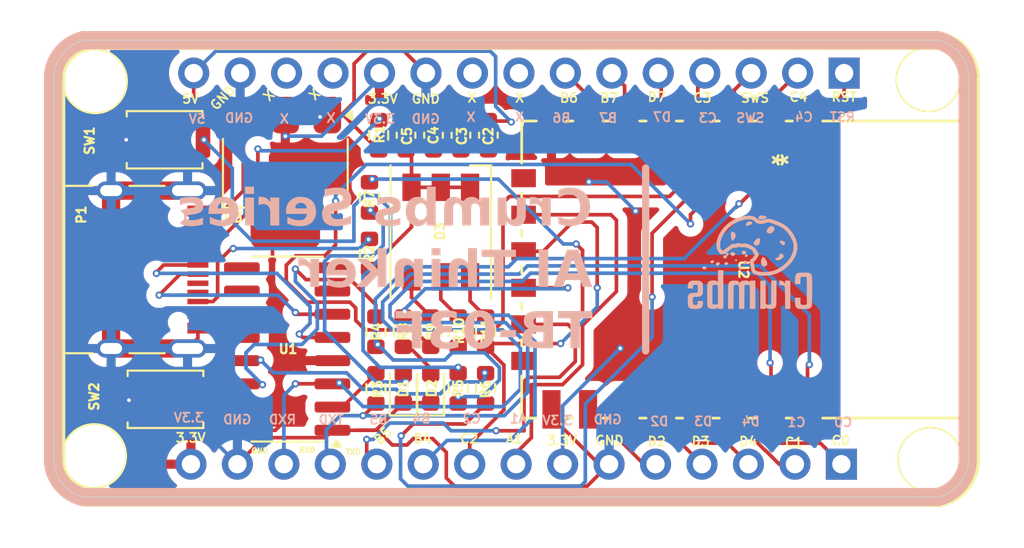
<source format=kicad_pcb>
(kicad_pcb (version 20240108) (generator "pcbnew") (generator_version "8.0")
  (layers (0 "F.Cu" signal) (31 "B.Cu" signal) (34 "B.Paste" user) (35 "F.Paste" user) (36 "B.SilkS" user "B.Silkscreen") (37 "F.SilkS" user "F.Silkscreen") (38 "B.Mask" user) (39 "F.Mask" user) (44 "Edge.Cuts" user))
  (net 0 "")
  (net 1 "GND")
  (net 2 "+5V")
  (net 3 "+3V3")
  (net 4 "Net-(D1-A)")
  (net 5 "Net-(D2-A)")
  (net 6 "Net-(D3-GA)")
  (net 7 "Net-(D3-RA)")
  (net 8 "Net-(D3-BA)")
  (net 9 "/PB4")
  (net 10 "/PD2")
  (net 11 "/PD4")
  (net 12 "/PD3")
  (net 13 "/TXD")
  (net 14 "/PC2")
  (net 15 "/PC1")
  (net 16 "/PB5")
  (net 17 "/RXD")
  (net 18 "/PA1")
  (net 19 "/PC0")
  (net 20 "/SWS")
  (net 21 "/PC3")
  (net 24 "/RST")
  (net 25 "/PB6")
  (net 26 "/PD7")
  (net 27 "/PC4")
  (net 28 "/PB7")
  (net 31 "Net-(P1-CC)")
  (net 32 "Net-(P1-D-)")
  (net 33 "Net-(P1-VCONN)")
  (net 34 "Net-(P1-D+)")
  (net 35 "Net-(U1-TXD)")
  (net 36 "/RTS")
  (net 37 "Net-(R5-Pad2)")
  (net 38 "/DTR")
  (footprint "AI Thinker TB-03:TB-03F_AIT" (layer "F.Cu") (at 108.4 62.65 -90)
    (property "Reference" "U2")
    (property "Value" "AI_Thinker_TB-03F")
  )
  (footprint "Resistor_SMD:R_0603_1608Metric" (layer "F.Cu") (at 89.8 66.05 90)
    (property "Reference" "R8")
    (property "Value" "4K7")
  )
  (footprint "MountingHole:MountingHole_3mm" (layer "F.Cu") (at 118.6 73.05)
    (property "Reference" "H4" (hide yes))
    (property "Value" "MountingHole")
  )
  (footprint "Capacitor_SMD:C_0603_1608Metric" (layer "F.Cu") (at 92.95 55.3 -90)
    (property "Reference" "C3")
    (property "Value" "1uF")
  )
  (footprint "Button_Switch_SMD:SW_Push_SPST_NO_Alps_SKRK" (layer "F.Cu") (at 76.75 55.55)
    (property "Reference" "SW1")
    (property "Value" "RST")
  )
  (footprint "Capacitor_SMD:C_0603_1608Metric" (layer "F.Cu") (at 91.45 55.3 -90)
    (property "Reference" "C4")
    (property "Value" "10uF")
  )
  (footprint "Resistor_SMD:R_0603_1608Metric" (layer "F.Cu") (at 92.8 66.05 -90)
    (property "Reference" "R10")
    (property "Value" "4K7")
  )
  (footprint "Button_Switch_SMD:SW_Push_SPST_NO_Alps_SKRK" (layer "F.Cu") (at 76.8 69.75)
    (property "Reference" "SW2")
    (property "Value" "DTR")
  )
  (footprint "Resistor_SMD:R_0603_1608Metric" (layer "F.Cu") (at 88.45 55.3 90)
    (property "Reference" "R1")
    (property "Value" "5K1")
  )
  (footprint "Resistor_SMD:R_0603_1608Metric" (layer "F.Cu") (at 94.3 66.05 -90)
    (property "Reference" "R11")
    (property "Value" "4K7")
  )
  (footprint "Resistor_SMD:R_0603_1608Metric" (layer "F.Cu") (at 87.95 61.8 90)
    (property "Reference" "R2")
    (property "Value" "5K1")
  )
  (footprint "LED_SMD:LED_0603_1608Metric" (layer "F.Cu") (at 91.3 69.15 90)
    (property "Reference" "D2")
    (property "Value" "LED")
  )
  (footprint "LED_SMD:LED_0603_1608Metric" (layer "F.Cu") (at 89.8 69.15 90)
    (property "Reference" "D1")
    (property "Value" "LED")
  )
  (footprint "Capacitor_SMD:C_0603_1608Metric" (layer "F.Cu") (at 89.95 55.3 -90)
    (property "Reference" "C5")
    (property "Value" "1uF")
  )
  (footprint "Resistor_SMD:R_0603_1608Metric" (layer "F.Cu") (at 94.3 69.15 90)
    (property "Reference" "R6")
    (property "Value" "470")
  )
  (footprint "Connector_USB:USB_C_Receptacle_XKB_U262-16XN-4BVC11" (layer "F.Cu") (at 74.9 62.65 -90)
    (property "Reference" "P1")
    (property "Value" "USB_C_Plug_USB2.0")
  )
  (footprint "Capacitor_SMD:C_0603_1608Metric" (layer "F.Cu") (at 94.45 55.3 -90)
    (property "Reference" "C2")
    (property "Value" "10uF 25V")
  )
  (footprint "Resistor_SMD:R_0603_1608Metric" (layer "F.Cu") (at 91.3 66.05 -90)
    (property "Reference" "R9")
    (property "Value" "4K7")
  )
  (footprint "Resistor_SMD:R_0603_1608Metric" (layer "F.Cu") (at 87.95 58.7 90)
    (property "Reference" "R7")
    (property "Value" "4K7")
  )
  (footprint "Package_SO:SOIC-16_3.9x9.9mm_P1.27mm" (layer "F.Cu") (at 83.45 67 180)
    (property "Reference" "U1")
    (property "Value" "CH340C")
  )
  (footprint "LED_SMD:LED_WS2812_PLCC6_5.0x5.0mm_P1.6mm" (layer "F.Cu") (at 91.85 60.6 -90)
    (property "Reference" "D3")
    (property "Value" "LED_RGB")
  )
  (footprint "MountingHole:MountingHole_3mm" (layer "F.Cu") (at 72.9 72.85)
    (property "Reference" "H1" (hide yes))
    (property "Value" "MountingHole")
  )
  (footprint "MountingHole:MountingHole_3mm" (layer "F.Cu") (at 72.95 52.35)
    (property "Reference" "H2" (hide yes))
    (property "Value" "MountingHole")
  )
  (footprint "MountingHole:MountingHole_3mm" (layer "F.Cu") (at 118.5 52.25)
    (property "Reference" "H3" (hide yes))
    (property "Value" "MountingHole")
  )
  (footprint "Resistor_SMD:R_0603_1608Metric" (layer "F.Cu") (at 92.8 69.15 90)
    (property "Reference" "R5")
    (property "Value" "470")
  )
  (footprint "library:Crumbs-Logo_Footprint_13x13" (layer "F.Cu") (at 108.210862 62.083271)
    (property "Reference" "G12" (hide yes))
    (property "Value" "LOGO" (hide yes))
  )
  (footprint "Resistor_SMD:R_0603_1608Metric" (layer "F.Cu") (at 88.3 66.05 90)
    (property "Reference" "R4")
    (property "Value" "4K7")
  )
  (footprint "Resistor_SMD:R_0603_1608Metric" (layer "F.Cu") (at 88.3 69.15 90)
    (property "Reference" "R3")
    (property "Value" "470")
  )
  (footprint "Package_TO_SOT_SMD:SOT-223-3_TabPin2" (layer "F.Cu") (at 83.35 57.35 -90)
    (property "Reference" "U3")
    (property "Value" "AMS1117-3.3")
  )
  (footprint "Connector_PinHeader_2.54mm:PinHeader_1x15_P2.54mm_Vertical" (layer "B.Cu") (at 113.75 73.3 90)
    (property "Reference" "J1" (hide yes))
    (property "Value" "L_Conn")
  )
  (footprint "Connector_PinHeader_2.54mm:PinHeader_1x15_P2.54mm_Vertical" (layer "B.Cu") (at 113.9 51.9 90)
    (property "Reference" "J2" (hide yes))
    (property "Value" "R_Conn")
  )
  (gr_line (start 70.652422 73.200795) (end 70.652422 52.000795) (stroke (width 1)) (layer "B.SilkS"))
  (gr_line (start 72.302288 50.100232) (end 119.000134 50.099437) (stroke (width 1)) (layer "B.SilkS"))
  (gr_arc (start 72.302288 75.101358) (mid 71.171827 74.416303) (end 70.652422 73.200795) (stroke (width 1)) (layer "B.SilkS"))
  (gr_line (start 119.000134 75.100563) (end 72.302288 75.101358) (stroke (width 1)) (layer "B.SilkS"))
  (gr_line (start 103.05 57.1) (end 103.05 67.1) (stroke (width 0.4)) (layer "B.SilkS"))
  (gr_arc (start 70.652422 52.000795) (mid 71.171827 50.785287) (end 72.302288 50.100232) (stroke (width 1)) (layer "B.SilkS"))
  (gr_arc (start 119.000134 50.099437) (mid 120.130601 50.784486) (end 120.65 52) (stroke (width 1)) (layer "B.SilkS"))
  (gr_line (start 120.65 52) (end 120.65 73.2) (stroke (width 1)) (layer "B.SilkS"))
  (gr_arc (start 120.65 73.2) (mid 120.130588 74.415502) (end 119.000134 75.100563) (stroke (width 1)) (layer "B.SilkS"))
  (gr_arc (start 120.819412 73.234498) (mid 120.3 74.45) (end 119.169546 75.135061) (stroke (width 1)) (layer "F.SilkS"))
  (gr_line (start 72.4717 50.13473) (end 119.169546 50.133935) (stroke (width 1)) (layer "F.SilkS"))
  (gr_arc (start 70.821834 52.035293) (mid 71.34124 50.819785) (end 72.4717 50.13473) (stroke (width 1)) (layer "F.SilkS"))
  (gr_line (start 119.169546 75.135061) (end 72.4717 75.135856) (stroke (width 1)) (layer "F.SilkS"))
  (gr_circle (center 118.5 52.249285) (end 120 53.149285) (stroke (width 0.1)) (fill none) (layer "F.SilkS"))
  (gr_arc (start 119.169546 50.133935) (mid 120.300013 50.818984) (end 120.819412 52.034498) (stroke (width 1)) (layer "F.SilkS"))
  (gr_arc (start 72.4717 75.135856) (mid 71.341239 74.450801) (end 70.821834 73.235293) (stroke (width 1)) (layer "F.SilkS"))
  (gr_circle (center 118.600715 73.05) (end 120.100715 73.95) (stroke (width 0.1)) (fill none) (layer "F.SilkS"))
  (gr_line (start 120.819412 52.034498) (end 120.819412 73.234498) (stroke (width 1)) (layer "F.SilkS"))
  (gr_line (start 70.821834 73.235293) (end 70.821834 52.035293) (stroke (width 1)) (layer "F.SilkS"))
  (gr_circle (center 72.9 72.850715) (end 74.4 73.750715) (stroke (width 0.1)) (fill none) (layer "F.SilkS"))
  (gr_circle (center 72.95 52.35) (end 74.45 53.25) (stroke (width 0.1)) (fill none) (layer "F.SilkS"))
  (gr_line (start 72.349866 50.099437) (end 119.047712 50.098642) (stroke (width 0.05)) (layer "Edge.Cuts"))
  (gr_line (start 119.047712 75.099768) (end 72.349866 75.100563) (stroke (width 0.05)) (layer "Edge.Cuts"))
  (gr_line (start 70.7 73.2) (end 70.7 52) (stroke (width 0.05)) (layer "Edge.Cuts"))
  (gr_arc (start 72.349866 75.100563) (mid 71.219406 74.415508) (end 70.7 73.2) (stroke (width 0.05)) (layer "Edge.Cuts"))
  (gr_arc (start 120.697578 73.199205) (mid 120.178172 74.414713) (end 119.047712 75.099768) (stroke (width 0.05)) (layer "Edge.Cuts"))
  (gr_arc (start 70.7 52) (mid 71.219406 50.784492) (end 72.349866 50.099437) (stroke (width 0.05)) (layer "Edge.Cuts"))
  (gr_arc (start 119.047712 50.098642) (mid 120.178172 50.783697) (end 120.697578 51.999205) (stroke (width 0.05)) (layer "Edge.Cuts"))
  (gr_line (start 120.697578 51.999205) (end 120.697578 73.199205) (stroke (width 0.05)) (layer "Edge.Cuts"))
  (gr_text "A1" (at 96.6 71.1 0) (layer "B.SilkS") (effects (font (size 0.5 0.5) (thickness 0.1)) (justify left bottom mirror)))
  (gr_text "X" (at 93.8 54.6 0) (layer "B.SilkS") (effects (font (size 0.5 0.5) (thickness 0.1)) (justify left bottom mirror)))
  (gr_text "C4" (at 112.25 54.6 0) (layer "B.SilkS") (effects (font (size 0.5 0.5) (thickness 0.1)) (justify left bottom mirror)))
  (gr_text "Crumbs Series \nAI Thinker \nTB-03F " (at 100.15 67.3 0) (layer "B.SilkS") (effects (font (size 2 2) (thickness 0.4) (bold yes)) (justify left bottom mirror)))
  (gr_text "5V" (at 79.05 54.7 0) (layer "B.SilkS") (effects (font (size 0.5 0.5) (thickness 0.1)) (justify left bottom mirror)))
  (gr_text "D3" (at 106.75 71.25 0) (layer "B.SilkS") (effects (font (size 0.5 0.5) (thickness 0.1)) (justify left bottom mirror)))
  (gr_text "GND" (at 91.85 54.7 0) (layer "B.SilkS") (effects (font (size 0.5 0.5) (thickness 0.1)) (justify left bottom mirror)))
  (gr_text "TXD" (at 86.6 71.15 0) (layer "B.SilkS") (effects (font (size 0.5 0.5) (thickness 0.1)) (justify left bottom mirror)))
  (gr_text "3.3V" (at 78.95 71.05 0) (layer "B.SilkS") (effects (font (size 0.5 0.5) (thickness 0.1)) (justify left bottom mirror)))
  (gr_text "GND" (at 81.55 71.15 0) (layer "B.SilkS") (effects (font (size 0.5 0.5) (thickness 0.1)) (justify left bottom mirror)))
  (gr_text "X" (at 96.45 54.6 0) (layer "B.SilkS") (effects (font (size 0.5 0.5) (thickness 0.1)) (justify left bottom mirror)))
  (gr_text "B7" (at 101.55 54.65 0) (layer "B.SilkS") (effects (font (size 0.5 0.5) (thickness 0.1)) (justify left bottom mirror)))
  (gr_text "3.3V" (at 89.4 54.7 0) (layer "B.SilkS") (effects (font (size 0.5 0.5) (thickness 0.1)) (justify left bottom mirror)))
  (gr_text "X" (at 83.6 54.7 0) (layer "B.SilkS") (effects (font (size 0.5 0.5) (thickness 0.1)) (justify left bottom mirror)))
  (gr_text "GND" (at 101.8 71.15 0) (layer "B.SilkS") (effects (font (size 0.5 0.5) (thickness 0.1)) (justify left bottom mirror)))
  (gr_text "B4" (at 91.35 71.1 0) (layer "B.SilkS") (effects (font (size 0.5 0.5) (thickness 0.1)) (justify left bottom mirror)))
  (gr_text "C1" (at 111.85 71.3 0) (layer "B.SilkS") (effects (font (size 0.5 0.5) (thickness 0.1)) (justify left bottom mirror)))
  (gr_text "D2" (at 104.35 71.25 0) (layer "B.SilkS") (effects (font (size 0.5 0.5) (thickness 0.1)) (justify left bottom mirror)))
  (gr_text "X" (at 86.15 54.65 0) (layer "B.SilkS") (effects (font (size 0.5 0.5) (thickness 0.1)) (justify left bottom mirror)))
  (gr_text "C3" (at 107 54.65 0) (layer "B.SilkS") (effects (font (size 0.5 0.5) (thickness 0.1)) (justify left bottom mirror)))
  (gr_text "SWS" (at 109.6 54.65 0) (layer "B.SilkS") (effects (font (size 0.5 0.5) (thickness 0.1)) (justify left bottom mirror)))
  (gr_text "3.3V" (at 99.1 71.2 0) (layer "B.SilkS") (effects (font (size 0.5 0.5) (thickness 0.1)) (justify left bottom mirror)))
  (gr_text "B6" (at 99 54.65 0) (layer "B.SilkS") (effects (font (size 0.5 0.5) (thickness 0.1)) (justify left bottom mirror)))
  (gr_text "GND" (at 81.65 54.65 0) (layer "B.SilkS") (effects (font (size 0.5 0.5) (thickness 0.1)) (justify left bottom mirror)))
  (gr_text "D4" (at 109.35 71.25 0) (layer "B.SilkS") (effects (font (size 0.5 0.5) (thickness 0.1)) (justify left bottom mirror)))
  (gr_text "B5" (at 89 71.15 0) (layer "B.SilkS") (effects (font (size 0.5 0.5) (thickness 0.1)) (justify left bottom mirror)))
  (gr_text "D7" (at 104.5 54.6 0) (layer "B.SilkS") (effects (font (size 0.5 0.5) (thickness 0.1)) (justify left bottom mirror)))
  (gr_text "RST" (at 114.55 54.6 0) (layer "B.SilkS") (effects (font (size 0.5 0.5) (thickness 0.1)) (justify left bottom mirror)))
  (gr_text "RXD" (at 84 71.15 0) (layer "B.SilkS") (effects (font (size 0.5 0.5) (thickness 0.1)) (justify left bottom mirror)))
  (gr_text "C2" (at 94.1 71.1 0) (layer "B.SilkS") (effects (font (size 0.5 0.5) (thickness 0.1)) (justify left bottom mirror)))
  (gr_text "C0" (at 114.4 71.3 0) (layer "B.SilkS") (effects (font (size 0.5 0.5) (thickness 0.1)) (justify left bottom mirror)))
  (gr_text "X" (at 82.45 53.55 45) (layer "F.SilkS") (effects (font (size 0.5 0.5) (thickness 0.1)) (justify left bottom)))
  (gr_text "B7" (at 100.5 53.55 0) (layer "F.SilkS") (effects (font (size 0.5 0.5) (thickness 0.1)) (justify left bottom)))
  (gr_text "SWS" (at 108.2 53.55 0) (layer "F.SilkS") (effects (font (size 0.5 0.5) (thickness 0.1)) (justify left bottom)))
  (gr_text "C1" (at 110.6 72.4 0) (layer "F.SilkS") (effects (font (size 0.5 0.5) (thickness 0.1)) (justify left bottom)))
  (gr_text "TXD" (at 86.6 72.8 0) (layer "F.SilkS") (effects (font (size 0.3 0.3) (thickness 0.075)) (justify left bottom)))
  (gr_text "RST" (at 113.15 53.5 0) (layer "F.SilkS") (effects (font (size 0.5 0.5) (thickness 0.1)) (justify left bottom)))
  (gr_text "C2" (at 92.85 72.2 0) (layer "F.SilkS") (effects (font (size 0.5 0.5) (thickness 0.1)) (justify left bottom)))
  (gr_text "X" (at 93.25 53.55 0) (layer "F.SilkS") (effects (font (size 0.5 0.5) (thickness 0.1)) (justify left bottom)))
  (gr_text "3.3V" (at 87.8 53.6 0) (layer "F.SilkS") (effects (font (size 0.5 0.5) (thickness 0.1)) (justify left bottom)))
  (gr_text "B4" (at 90.3 72.2 0) (layer "F.SilkS") (effects (font (size 0.5 0.5) (thickness 0.1)) (justify left bottom)))
  (gr_text "B5" (at 88.5 72.35 45) (layer "F.SilkS") (effects (font (size 0.5 0.5) (thickness 0.1)) (justify left bottom)))
  (gr_text "D3" (at 105.5 72.35 0) (layer "F.SilkS") (effects (font (size 0.5 0.5) (thickness 0.1)) (justify left bottom)))
  (gr_text "C3" (at 105.6 53.55 0) (layer "F.SilkS") (effects (font (size 0.5 0.5) (thickness 0.1)) (justify left bottom)))
  (gr_text "A1" (at 95.35 72.2 0) (layer "F.SilkS") (effects (font (size 0.5 0.5) (thickness 0.1)) (justify left bottom)))
  (gr_text "GND" (at 100.25 72.3 0) (layer "F.SilkS") (effects (font (size 0.5 0.5) (thickness 0.1)) (justify left bottom)))
  (gr_text "C4" (at 110.85 53.5 0) (layer "F.SilkS") (effects (font (size 0.5 0.5) (thickness 0.1)) (justify left bottom)))
  (gr_text "D2" (at 103.1 72.35 0) (layer "F.SilkS") (effects (font (size 0.5 0.5) (thickness 0.1)) (justify left bottom)))
  (gr_text "GND" (at 81.45 72.75 0) (layer "F.SilkS") (effects (font (size 0.3 0.3) (thickness 0.075)) (justify left bottom)))
  (gr_text "GND" (at 90.2 53.6 0) (layer "F.SilkS") (effects (font (size 0.5 0.5) (thickness 0.1)) (justify left bottom)))
  (gr_text "5V" (at 77.65 53.6 0) (layer "F.SilkS") (effects (font (size 0.5 0.5) (thickness 0.1)) (justify left bottom)))
  (gr_text "C0" (at 113.15 72.3 0) (layer "F.SilkS") (effects (font (size 0.5 0.5) (thickness 0.1)) (justify left bottom)))
  (gr_text "3.3V" (at 77.3 72.15 0) (layer "F.SilkS") (effects (font (size 0.5 0.5) (thickness 0.1)) (justify left bottom)))
  (gr_text "B6" (at 98.3 53.55 0) (layer "F.SilkS") (effects (font (size 0.5 0.5) (thickness 0.1)) (justify left bottom)))
  (gr_text "D7" (at 103.1 53.5 0) (layer "F.SilkS") (effects (font (size 0.5 0.5) (thickness 0.1)) (justify left bottom)))
  (gr_text "RXD" (at 84.05 72.7 0) (layer "F.SilkS") (effects (font (size 0.3 0.3) (thickness 0.075)) (justify left bottom)))
  (gr_text "D4" (at 108.1 72.35 0) (layer "F.SilkS") (effects (font (size 0.5 0.5) (thickness 0.1)) (justify left bottom)))
  (gr_text "X" (at 84.95 53.5 45) (layer "F.SilkS") (effects (font (size 0.5 0.5) (thickness 0.1)) (justify left bottom)))
  (gr_text "3.3V" (at 97.6 72.3 0) (layer "F.SilkS") (effects (font (size 0.5 0.5) (thickness 0.1)) (justify left bottom)))
  (gr_text "GND" (at 79.55 54.05 45) (layer "F.SilkS") (effects (font (size 0.5 0.5) (thickness 0.1)) (justify left bottom)))
  (gr_text "X" (at 95.85 53.55 0) (layer "F.SilkS") (effects (font (size 0.5 0.5) (thickness 0.1)) (justify left bottom)))
  (segment (start 90.249998 58.149999) (end 90.249998 60.325002) (width 0.2) (layer "F.Cu") (net 1))
  (segment (start 73.825 58.329999) (end 78.004999 58.329999) (width 1) (layer "F.Cu") (net 1))
  (segment (start 81.985 72.045) (end 81.990552 72.045) (width 0.2) (layer "F.Cu") (net 1))
  (segment (start 73.825 66.97) (end 73.825 68.875) (width 0.2) (layer "F.Cu") (net 1))
  (segment (start 92.95 56.075) (end 91.45 56.075) (width 0.2) (layer "F.Cu") (net 1))
  (segment (start 78.004999 58.329999) (end 78.005001 58.329997) (width 1) (layer "F.Cu") (net 1))
  (segment (start 101.050001 73.3) (end 99.849906 74.500095) (width 0.2) (layer "F.Cu") (net 1))
  (segment (start 101.050001 73.3) (end 100.5 73.3) (width 0.2) (layer "F.Cu") (net 1))
  (segment (start 92.15 74.05) (end 92.15 72.65) (width 0.2) (layer "F.Cu") (net 1))
  (segment (start 97.9 70.7) (end 97.9 70.300001) (width 0.2) (layer "F.Cu") (net 1))
  (segment (start 90.249998 58.149999) (end 91.849996 58.149999) (width 0.2) (layer "F.Cu") (net 1))
  (segment (start 93.449995 58.150001) (end 93.449999 58.149997) (width 0.2) (layer "F.Cu") (net 1))
  (segment (start 89.8 69.9375) (end 91.3 69.9375) (width 0.2) (layer "F.Cu") (net 1))
  (segment (start 73.825 66.97) (end 78.005002 66.97) (width 1) (layer "F.Cu") (net 1))
  (segment (start 73.825 58.329999) (end 73.825 66.97) (width 1) (layer "F.Cu") (net 1))
  (segment (start 78.570002 59.3) (end 78.570002 58.894998) (width 0.2) (layer "F.Cu") (net 1))
  (segment (start 90.249998 60.325002) (end 87.95 62.625) (width 0.2) (layer "F.Cu") (net 1))
  (segment (start 100.5 73.3) (end 97.9 70.7) (width 0.2) (layer "F.Cu") (net 1))
  (segment (start 86.525003 54.200003) (end 88.45 56.125) (width 0.2) (layer "F.Cu") (net 1))
  (segment (start 85.65 54.200003) (end 85.349997 54.200003) (width 0.2) (layer "F.Cu") (net 1))
  (segment (start 85.925 71.445) (end 87.268629 71.445) (width 0.2) (layer "F.Cu") (net 1))
  (segment (start 85.349997 54.200003) (end 85.25 54.3) (width 0.2) (layer "F.Cu") (net 1))
  (segment (start 85.52 71.85) (end 85.925 71.445) (width 0.2) (layer "F.Cu") (net 1))
  (segment (start 73.825 68.875) (end 74.7 69.75) (width 0.2) (layer "F.Cu") (net 1))
  (segment (start 78.005003 66.970001) (end 78.57 66.405004) (width 0.2) (layer "F.Cu") (net 1))
  (segment (start 82.185552 71.85) (end 85.52 71.85) (width 0.2) (layer "F.Cu") (net 1))
  (segment (start 85.65 54.200003) (end 86.525003 54.200003) (width 0.2) (layer "F.Cu") (net 1))
  (segment (start 73.825 56.375) (end 74.65 55.55) (width 0.2) (layer "F.Cu") (net 1))
  (segment (start 87.800826 50.699174) (end 87.11 51.39) (width 0.2) (layer "F.Cu") (net 1))
  (segment (start 90.35 71.9) (end 90.000001 72.249999) (width 0.2) (layer "F.Cu") (net 1))
  (segment (start 99.849906 74.500095) (end 92.600218 74.500218) (width 0.2) (layer "F.Cu") (net 1))
  (segment (start 90.000001 72.249999) (end 89.199999 72.249999) (width 0.2) (layer "F.Cu") (net 1))
  (segment (start 92.600218 74.500218) (end 92.15 74.05) (width 0.2) (layer "F.Cu") (net 1))
  (segment (start 91.040001 51.9) (end 89.83914 50.699139) (width 0.2) (layer "F.Cu") (net 1))
  (segment (start 89.95 56.075) (end 91.45 56.075) (width 0.2) (layer "F.Cu") (net 1))
  (segment (start 88.45 56.125) (end 89.9 56.125) (width 0.2) (layer "F.Cu") (net 1))
  (segment (start 81.990552 72.045) (end 82.185552 71.85) (width 0.2) (layer "F.Cu") (net 1))
  (segment (start 87.11 51.39) (end 87.11 53.49) (width 0.2) (layer "F.Cu") (net 1))
  (segment (start 80.73 73.3) (end 81.985 72.045) (width 0.2) (layer "F.Cu") (net 1))
  (segment (start 74.8 69.8) (end 74.75 69.8) (width 0.2) (layer "F.Cu") (net 1))
  (segment (start 92.15 72.65) (end 91.4 71.9) (width 0.2) (layer "F.Cu") (net 1))
  (segment (start 88.2925 71.445) (end 89.8 69.9375) (width 0.2) (layer "F.Cu") (net 1))
  (segment (start 90.249998 58.149999) (end 90.249998 56.374998) (width 0.2) (layer "F.Cu") (net 1))
  (segment (start 92.95 56.075) (end 94.45 56.075) (width 0.2) (layer "F.Cu") (net 1))
  (segment (start 87.11 53.49) (end 86.399997 54.200003) (width 0.2) (layer "F.Cu") (net 1))
  (segment (start 78.570002 58.894998) (end 78.005001 58.329997) (width 0.2) (layer "F.Cu") (net 1))
  (segment (start 86.399997 54.200003) (end 85.65 54.200003) (width 0.2) (layer "F.Cu") (net 1))
  (segment (start 89.199999 72.249999) (end 88.395 71.445) (width 0.2) (layer "F.Cu") (net 1))
  (segment (start 87.268629 71.445) (end 88.2925 71.445) (width 0.2) (layer "F.Cu") (net 1))
  (segment (start 91.849996 58.149999) (end 91.849998 58.150001) (width 0.2) (layer "F.Cu") (net 1))
  (segment (start 73.825 58.329999) (end 73.825 56.375) (width 0.2) (layer "F.Cu") (net 1))
  (segment (start 91.849998 58.150001) (end 93.449995 58.150001) (width 0.2) (layer "F.Cu") (net 1))
  (segment (start 91.4 71.9) (end 90.35 71.9) (width 0.2) (layer "F.Cu") (net 1))
  (segment (start 89.9 56.125) (end 89.95 56.075) (width 0.2) (layer "F.Cu") (net 1))
  (segment (start 74.75 69.8) (end 74.7 69.75) (width 0.2) (layer "F.Cu") (net 1))
  (segment (start 88.395 71.445) (end 87.268629 71.445) (width 0.2) (layer "F.Cu") (net 1))
  (segment (start 78.57 66.405004) (end 78.57 66.000001) (width 0.2) (layer "F.Cu") (net 1))
  (segment (start 89.83914 50.699139) (end 87.800826 50.699174) (width 0.2) (layer "F.Cu") (net 1))
  (segment (start 78.005002 66.97) (end 78.005003 66.970001) (width 1) (layer "F.Cu") (net 1))
  (segment (start 90.249998 56.374998) (end 89.95 56.075) (width 0.2) (layer "F.Cu") (net 1))
  (via (at 74.65 55.55) (size 0.4) (drill 0.2) (layers "F.Cu" "B.Cu") (net 1))
  (via (at 85.25 54.3) (size 0.4) (drill 0.2) (layers "F.Cu" "B.Cu") (net 1))
  (via (at 74.8 69.8) (size 0.4) (drill 0.2) (layers "F.Cu" "B.Cu") (net 1))
  (segment (start 80.73 73.3) (end 77.23 69.8) (width 0.2) (layer "B.Cu") (net 1))
  (segment (start 74.65 55.55) (end 75.9 54.3) (width 0.2) (layer "B.Cu") (net 1))
  (segment (start 81.2 54.3) (end 80.88 53.98) (width 0.2) (layer "B.Cu") (net 1))
  (segment (start 81.4 54.3) (end 81.2 54.3) (width 0.2) (layer "B.Cu") (net 1))
  (segment (start 85.25 54.3) (end 81.4 54.3) (width 0.2) (layer "B.Cu") (net 1))
  (segment (start 77.23 69.8) (end 74.8 69.8) (width 0.2) (layer "B.Cu") (net 1))
  (segment (start 75.9 54.3) (end 81.4 54.3) (width 0.2) (layer "B.Cu") (net 1))
  (segment (start 80.88 53.98) (end 80.88 51.9) (width 0.2) (layer "B.Cu") (net 1))
  (segment (start 78.57 60.1) (end 78.119594 60.1) (width 0.2) (layer "F.Cu") (net 2))
  (segment (start 78.75 53.75) (end 78.34 53.34) (width 0.2) (layer "F.Cu") (net 2))
  (segment (start 81.050003 58.344996) (end 81.050003 54.199997) (width 0.2) (layer "F.Cu") (net 2))
  (segment (start 80.600006 53.75) (end 78.75 53.75) (width 0.2) (layer "F.Cu") (net 2))
  (segment (start 75.5 60.8) (end 75.5 64.85) (width 0.2) (layer "F.Cu") (net 2))
  (segment (start 77.795 64.85) (end 78.145 65.2) (width 0.2) (layer "F.Cu") (net 2))
  (segment (start 94.45 54.525) (end 95.65 54.525) (width 0.2) (layer "F.Cu") (net 2))
  (segment (start 77.784594 60.435) (end 75.865 60.435) (width 0.2) (layer "F.Cu") (net 2))
  (segment (start 75.5 64.85) (end 77.795 64.85) (width 0.2) (layer "F.Cu") (net 2))
  (segment (start 78.34 53.34) (end 78.34 51.9) (width 0.2) (layer "F.Cu") (net 2))
  (segment (start 81.050003 54.199997) (end 80.600006 53.75) (width 0.2) (layer "F.Cu") (net 2))
  (segment (start 78.570001 60.399998) (end 78.995001 60.399998) (width 0.2) (layer "F.Cu") (net 2))
  (segment (start 78.119594 60.1) (end 77.784594 60.435) (width 0.2) (layer "F.Cu") (net 2))
  (segment (start 75.865 60.435) (end 75.5 60.8) (width 0.2) (layer "F.Cu") (net 2))
  (segment (start 95.65 54.525) (end 95.7 54.575) (width 0.2) (layer "F.Cu") (net 2))
  (segment (start 78.995001 60.399998) (end 81.050003 58.344996) (width 0.2) (layer "F.Cu") (net 2))
  (via (at 95.7 54.575) (size 0.4) (drill 0.2) (layers "F.Cu" "B.Cu") (net 2))
  (segment (start 79.540674 50.699326) (end 78.34 51.9) (width 0.2) (layer "B.Cu") (net 2))
  (segment (start 94.549326 50.699326) (end 79.540674 50.699326) (width 0.2) (layer "B.Cu") (net 2))
  (segment (start 94.85 51) (end 94.549326 50.699326) (width 0.2) (layer "B.Cu") (net 2))
  (segment (start 94.85 53.725) (end 94.85 51) (width 0.2) (layer "B.Cu") (net 2))
  (segment (start 95.7 54.575) (end 94.85 53.725) (width 0.2) (layer "B.Cu") (net 2))
  (segment (start 102.25 59.7) (end 102.5 59.45) (width 0.2) (layer "F.Cu") (net 3))
  (segment (start 82.65 66.5) (end 83.785 67.635) (width 0.2) (layer "F.Cu") (net 3))
  (segment (start 83.785 67.635) (end 84.55 67.635) (width 0.2) (layer "F.Cu") (net 3))
  (segment (start 101.659314 66.959314) (end 102.25 66.368628) (width 0.2) (layer "F.Cu") (net 3))
  (segment (start 88.65 53.4) (end 89.8 53.4) (width 0.2) (layer "F.Cu") (net 3))
  (segment (start 83.35 55.35) (end 83.35 60.5) (width 0.2) (layer "F.Cu") (net 3))
  (segment (start 82.805 71.445) (end 83.1 71.15) (width 0.2) (layer "F.Cu") (net 3))
  (segment (start 83.35 60.5) (end 82.65 61.2) (width 0.2) (layer "F.Cu") (net 3))
  (segment (start 89.95 53.55) (end 89.95 54.525) (width 0.2) (layer "F.Cu") (net 3))
  (segment (start 78.19 71.81) (end 78.555 71.445) (width 0.2) (layer "F.Cu") (net 3))
  (segment (start 83.515 67.635) (end 84.55 67.635) (width 0.2) (layer "F.Cu") (net 3))
  (segment (start 78.19 73.3) (end 78.19 71.81) (width 0.2) (layer "F.Cu") (net 3))
  (segment (start 80.975 71.445) (end 82.805 71.445) (width 0.2) (layer "F.Cu") (net 3))
  (segment (start 88.5 51.9) (end 88.5 53.25) (width 0.2) (layer "F.Cu") (net 3))
  (segment (start 92.95 54.525) (end 91.45 54.525) (width 0.2) (layer "F.Cu") (net 3))
  (segment (start 82.65 61.2) (end 82.65 66.5) (width 0.2) (layer "F.Cu") (net 3))
  (segment (start 78.555 71.445) (end 80.975 71.445) (width 0.2) (layer "F.Cu") (net 3))
  (segment (start 89.8 53.4) (end 89.95 53.55) (width 0.2) (layer "F.Cu") (net 3))
  (segment (start 83.1 71.15) (end 83.1 68.05) (width 0.2) (layer "F.Cu") (net 3))
  (segment (start 99.95 57.85) (end 98.4 57.85) (width 0.2) (layer "F.Cu") (net 3))
  (segment (start 92.95 53.55) (end 93.1 53.4) (width 0.2) (layer "F.Cu") (net 3))
  (segment (start 97.900001 57.350001) (end 97.900001 54.999996) (width 0.2) (layer "F.Cu") (net 3))
  (segment (start 84.55 67.635) (end 85.925 67.635) (width 0.2) (layer "F.Cu") (net 3))
  (segment (start 91.45 54.525) (end 89.95 54.525) (width 0.2) (layer "F.Cu") (net 3))
  (segment (start 92.95 54.525) (end 92.95 53.55) (width 0.2) (layer "F.Cu") (net 3))
  (segment (start 83.35 54.2) (end 83.35 55.35) (width 0.2) (layer "F.Cu") (net 3))
  (segment (start 97.9 53.4) (end 97.900001 53.400001) (width 0.2) (layer "F.Cu") (net 3))
  (segment (start 83.1 68.05) (end 83.515 67.635) (width 0.2) (layer "F.Cu") (net 3))
  (segment (start 93.1 53.4) (end 97.9 53.4) (width 0.2) (layer "F.Cu") (net 3))
  (segment (start 102.25 66.368628) (end 102.25 59.7) (width 0.2) (layer "F.Cu") (net 3))
  (segment (start 88.5 53.25) (end 88.65 53.4) (width 0.2) (layer "F.Cu") (net 3))
  (segment (start 98.4 57.85) (end 97.900001 57.350001) (width 0.2) (layer "F.Cu") (net 3))
  (segment (start 97.900001 53.400001) (end 97.900001 54.999996) (width 0.2) (layer "F.Cu") (net 3))
  (via (at 101.659314 66.959314) (size 0.4) (drill 0.2) (layers "F.Cu" "B.Cu") (net 3))
  (via (at 99.95 57.85) (size 0.4) (drill 0.2) (layers "F.Cu" "B.Cu") (net 3))
  (via (at 83.35 55.35) (size 0.4) (drill 0.2) (layers "F.Cu" "B.Cu") (net 3))
  (via (at 102.5 59.45) (size 0.4) (drill 0.2) (layers "F.Cu" "B.Cu") (net 3))
  (segment (start 98.51 73.3) (end 98.51 70.108628) (width 0.2) (layer "B.Cu") (net 3))
  (segment (start 88.5 52.181371) (end 88.5 51.9) (width 0.2) (layer "B.Cu") (net 3))
  (segment (start 83.35 55.35) (end 85.331371 55.35) (width 0.2) (layer "B.Cu") (net 3))
  (segment (start 102.5 59.45) (end 100.9 57.85) (width 0.2) (layer "B.Cu") (net 3))
  (segment (start 100.9 57.85) (end 99.95 57.85) (width 0.2) (layer "B.Cu") (net 3))
  (segment (start 85.331371 55.35) (end 88.5 52.181371) (width 0.2) (layer "B.Cu") (net 3))
  (segment (start 98.51 70.108628) (end 101.659314 66.959314) (width 0.2) (layer "B.Cu") (net 3))
  (segment (start 89.902442 68.8) (end 89.902442 68.464942) (width 0.2) (layer "F.Cu") (net 4))
  (segment (start 88 59.4) (end 88 59.475) (width 0.2) (layer "F.Cu") (net 4))
  (segment (start 88 59.475) (end 87.95 59.525) (width 0.2) (layer "F.Cu") (net 4))
  (segment (start 89.902442 68.464942) (end 89.8 68.3625) (width 0.2) (layer "F.Cu") (net 4))
  (via (at 89.902442 68.8) (size 0.4) (drill 0.2) (layers "F.Cu" "B.Cu") (net 4))
  (via (at 88 59.4) (size 0.4) (drill 0.2) (layers "F.Cu" "B.Cu") (net 4))
  (segment (start 89.902442 68.8) (end 88.3 68.8) (width 0.2) (layer "B.Cu") (net 4))
  (segment (start 85.5 66) (end 85.5 62.2) (width 0.2) (layer "B.Cu") (net 4))
  (segment (start 88.7 61.331371) (end 88.7 60.1) (width 0.2) (layer "B.Cu") (net 4))
  (segment (start 88.131371 61.9) (end 88.7 61.331371) (width 0.2) (layer "B.Cu") (net 4))
  (segment (start 88.3 68.8) (end 85.5 66) (width 0.2) (layer "B.Cu") (net 4))
  (segment (start 85.5 62.2) (end 85.8 61.9) (width 0.2) (layer "B.Cu") (net 4))
  (segment (start 88.7 60.1) (end 88 59.4) (width 0.2) (layer "B.Cu") (net 4))
  (segment (start 85.8 61.9) (end 88.131371 61.9) (width 0.2) (layer "B.Cu") (net 4))
  (segment (start 90.112352 66.875) (end 89.8 66.875) (width 0.2) (layer "F.Cu") (net 5))
  (segment (start 91.3 68.3625) (end 91.3 68.062648) (width 0.2) (layer "F.Cu") (net 5))
  (segment (start 91.3 68.062648) (end 90.112352 66.875) (width 0.2) (layer "F.Cu") (net 5))
  (segment (start 91.850002 64.275002) (end 92.8 65.225) (width 0.2) (layer "F.Cu") (net 6))
  (segment (start 91.850002 63.049999) (end 91.850002 64.275002) (width 0.2) (layer "F.Cu") (net 6))
  (segment (start 93.450002 63.050001) (end 93.450002 64.375002) (width 0.2) (layer "F.Cu") (net 7))
  (segment (start 93.450002 64.375002) (end 94.3 65.225) (width 0.2) (layer "F.Cu") (net 7))
  (segment (start 90.250001 64.175001) (end 91.3 65.225) (width 0.2) (layer "F.Cu") (net 8))
  (segment (start 90.250001 63.050003) (end 90.250001 64.175001) (width 0.2) (layer "F.Cu") (net 8))
  (segment (start 98.799999 63.650001) (end 96.375 63.650001) (width 0.2) (layer "F.Cu") (net 9))
  (segment (start 89.8 65.000033) (end 89.8 65.225) (width 0.2) (layer "F.Cu") (net 9))
  (segment (start 89.871831 64.928202) (end 89.8 65.000033) (width 0.2) (layer "F.Cu") (net 9))
  (segment (start 98.8 63.65) (end 98.799999 63.650001) (width 0.2) (layer "F.Cu") (net 9))
  (via (at 98.8 63.65) (size 0.4) (drill 0.2) (layers "F.Cu" "B.Cu") (net 9))
  (via (at 89.871831 64.928202) (size 0.4) (drill 0.2) (layers "F.Cu" "B.Cu") (net 9))
  (segment (start 95.65 72) (end 92.190001 72) (width 0.2) (layer "B.Cu") (net 9))
  (segment (start 97 70.65) (end 95.65 72) (width 0.2) (layer "B.Cu") (net 9))
  (segment (start 97 66.6) (end 97 70.65) (width 0.2) (layer "B.Cu") (net 9))
  (segment (start 91 63.7) (end 98.75 63.7) (width 0.2) (layer "B.Cu") (net 9))
  (segment (start 98.75 63.7) (end 98.8 63.65) (width 0.2) (layer "B.Cu") (net 9))
  (segment (start 90.093629 65.15) (end 95.55 65.15) (width 0.2) (layer "B.Cu") (net 9))
  (segment (start 95.55 65.15) (end 97 66.6) (width 0.2) (layer "B.Cu") (net 9))
  (segment (start 89.871831 64.928202) (end 89.871831 64.828169) (width 0.2) (layer "B.Cu") (net 9))
  (segment (start 89.871831 64.828169) (end 91 63.7) (width 0.2) (layer "B.Cu") (net 9))
  (segment (start 89.871831 64.928202) (end 90.093629 65.15) (width 0.2) (layer "B.Cu") (net 9))
  (segment (start 92.190001 72) (end 90.890001 73.3) (width 0.2) (layer "B.Cu") (net 9))
  (segment (start 102.950001 73.300001) (end 101.304101 71.654101) (width 0.2) (layer "F.Cu") (net 10))
  (segment (start 101.254103 71.654101) (end 99.900001 70.299999) (width 0.2) (layer "F.Cu") (net 10))
  (segment (start 101.304101 71.654101) (end 101.254103 71.654101) (width 0.2) (layer "F.Cu") (net 10))
  (segment (start 103.590001 73.300001) (end 102.950001 73.300001) (width 0.2) (layer "F.Cu") (net 10))
  (segment (start 107.52 72.15) (end 108.67 73.3) (width 0.2) (layer "F.Cu") (net 11))
  (segment (start 103.899999 70.3) (end 103.899999 70.325) (width 0.2) (layer "F.Cu") (net 11))
  (segment (start 105.724999 72.15) (end 107.52 72.15) (width 0.2) (layer "F.Cu") (net 11))
  (segment (start 103.899999 70.325) (end 105.724999 72.15) (width 0.2) (layer "F.Cu") (net 11))
  (segment (start 104.73 71.9) (end 103.05 71.9) (width 0.2) (layer "F.Cu") (net 12))
  (segment (start 106.13 73.3) (end 104.73 71.9) (width 0.2) (layer "F.Cu") (net 12))
  (segment (start 103.05 71.9) (end 101.900003 70.750003) (width 0.2) (layer "F.Cu") (net 12))
  (segment (start 101.900003 70.750003) (end 101.900003 70.300001) (width 0.2) (layer "F.Cu") (net 12))
  (segment (start 87.63 70.645) (end 88.3 69.975) (width 0.2) (layer "F.Cu") (net 13))
  (segment (start 109.85 67.75) (end 109.9 67.8) (width 0.2) (layer "F.Cu") (net 13))
  (segment (start 109.9 67.8) (end 109.9 70.300002) (width 0.2) (layer "F.Cu") (net 13))
  (segment (start 87.6 70.645) (end 87.63 70.645) (width 0.2) (layer "F.Cu") (net 13))
  (via (at 87.6 70.645) (size 0.4) (drill 0.2) (layers "F.Cu" "B.Cu") (net 13))
  (via (at 109.85 67.75) (size 0.4) (drill 0.2) (layers "F.Cu" "B.Cu") (net 13))
  (segment (start 95.312407 70.65) (end 96.6 69.362407) (width 0.2) (layer "B.Cu") (net 13))
  (segment (start 96.75 62.85) (end 109.15 62.85) (width 0.2) (layer "B.Cu") (net 13))
  (segment (start 90.368662 63.3) (end 96.3 63.3) (width 0.2) (layer "B.Cu") (net 13))
  (segment (start 89.071831 64.596831) (end 90.368662 63.3) (width 0.2) (layer "B.Cu") (net 13))
  (segment (start 109.85 63.55) (end 109.85 67.75) (width 0.2) (layer "B.Cu") (net 13))
  (segment (start 96.6 69.362407) (end 96.6 66.765686) (width 0.2) (layer "B.Cu") (net 13))
  (segment (start 85.6 71.4) (end 85.6 73.09) (width 0.2) (layer "B.Cu") (net 13))
  (segment (start 96.6 66.765686) (end 95.384314 65.55) (width 0.2) (layer "B.Cu") (net 13))
  (segment (start 95.384314 65.55) (end 89.362258 65.55) (width 0.2) (layer "B.Cu") (net 13))
  (segment (start 87.6 70.645) (end 86.355 70.645) (width 0.2) (layer "B.Cu") (net 13))
  (segment (start 85.6 73.09) (end 85.81 73.3) (width 0.2) (layer "B.Cu") (net 13))
  (segment (start 86.355 70.645) (end 85.6 71.4) (width 0.2) (layer "B.Cu") (net 13))
  (segment (start 109.15 62.85) (end 109.85 63.55) (width 0.2) (layer "B.Cu") (net 13))
  (segment (start 87.6 70.645) (end 87.605 70.65) (width 0.2) (layer "B.Cu") (net 13))
  (segment (start 89.071831 65.259573) (end 89.071831 64.596831) (width 0.2) (layer "B.Cu") (net 13))
  (segment (start 89.362258 65.55) (end 89.071831 65.259573) (width 0.2) (layer "B.Cu") (net 13))
  (segment (start 87.605 70.65) (end 95.312407 70.65) (width 0.2) (layer "B.Cu") (net 13))
  (segment (start 96.3 63.3) (end 96.75 62.85) (width 0.2) (layer "B.Cu") (net 13))
  (segment (start 94.3 66.875) (end 94.475 66.7) (width 0.2) (layer "F.Cu") (net 14))
  (segment (start 97.450002 61.649998) (end 96.374998 61.649998) (width 0.2) (layer "F.Cu") (net 14))
  (segment (start 93.43 72.20398) (end 95.3 70.33398) (width 0.2) (layer "F.Cu") (net 14))
  (segment (start 100.4 60.35) (end 100.100001 60.050001) (width 0.2) (layer "F.Cu") (net 14))
  (segment (start 93.43 73.3) (end 93.43 72.20398) (width 0.2) (layer "F.Cu") (net 14))
  (segment (start 100.100001 60.050001) (end 99.049999 60.050001) (width 0.2) (layer "F.Cu") (net 14))
  (segment (start 95.3 67.875) (end 94.3 66.875) (width 0.2) (layer "F.Cu") (net 14))
  (segment (start 94.475 66.7) (end 98.4 66.7) (width 0.2) (layer "F.Cu") (net 14))
  (segment (start 95.3 70.33398) (end 95.3 67.875) (width 0.2) (layer "F.Cu") (net 14))
  (segment (start 99.049999 60.050001) (end 97.450002 61.649998) (width 0.2) (layer "F.Cu") (net 14))
  (segment (start 100.4 63.65) (end 100.4 60.35) (width 0.2) (layer "F.Cu") (net 14))
  (via (at 98.4 66.7) (size 0.4) (drill 0.2) (layers "F.Cu" "B.Cu") (net 14))
  (via (at 100.4 63.65) (size 0.4) (drill 0.2) (layers "F.Cu" "B.Cu") (net 14))
  (segment (start 98.4 66.7) (end 100.4 64.7) (width 0.2) (layer "B.Cu") (net 14))
  (segment (start 100.4 64.7) (end 100.4 63.65) (width 0.2) (layer "B.Cu") (net 14))
  (segment (start 109.600001 72.550001) (end 109.584315 72.550001) (width 0.2) (layer "F.Cu") (net 15))
  (segment (start 110.350001 73.300001) (end 109.600001 72.550001) (width 0.2) (layer "F.Cu") (net 15))
  (segment (start 111.209999 73.300001) (end 110.350001 73.300001) (width 0.2) (layer "F.Cu") (net 15))
  (segment (start 106.9 71.75) (end 105.9 70.75) (width 0.2) (layer "F.Cu") (net 15))
  (segment (start 108.784314 71.75) (end 106.9 71.75) (width 0.2) (layer "F.Cu") (net 15))
  (segment (start 105.9 70.75) (end 105.9 70.299999) (width 0.2) (layer "F.Cu") (net 15))
  (segment (start 109.584315 72.550001) (end 108.784314 71.75) (width 0.2) (layer "F.Cu") (net 15))
  (segment (start 94.870376 71.470711) (end 96.4 71.470711) (width 0.2) (layer "F.Cu") (net 16))
  (segment (start 99.6 65.1) (end 98.925 65.775) (width 0.2) (layer "F.Cu") (net 16))
  (segment (start 87.95 57.875) (end 87.95 57.85) (width 0.2) (layer "F.Cu") (net 16))
  (segment (start 98.338413 68.545901) (end 99.2 67.684314) (width 0.2) (layer "F.Cu") (net 16))
  (segment (start 98.8 65.65) (end 96.375 65.65) (width 0.2) (layer "F.Cu") (net 16))
  (segment (start 96.4 71.470711) (end 96.4 68.780216) (width 0.2) (layer "F.Cu") (net 16))
  (segment (start 87.8 72.75) (end 88.35 73.3) (width 0.2) (layer "F.Cu") (net 16))
  (segment (start 99.2 67.684314) (end 99.2 66.05) (width 0.2) (layer "F.Cu") (net 16))
  (segment (start 87.8 71.945) (end 87.8 72.75) (width 0.2) (layer "F.Cu") (net 16))
  (segment (start 96.4 68.780216) (end 96.634315 68.545901) (width 0.2) (layer "F.Cu") (net 16))
  (segment (start 99.2 66.05) (end 98.925 65.775) (width 0.2) (layer "F.Cu") (net 16))
  (segment (start 96.634315 68.545901) (end 98.338413 68.545901) (width 0.2) (layer "F.Cu") (net 16))
  (segment (start 98.925 65.775) (end 98.8 65.65) (width 0.2) (layer "F.Cu") (net 16))
  (segment (start 99.25 61.25) (end 99.6 61.6) (width 0.2) (layer "F.Cu") (net 16))
  (segment (start 99.6 61.6) (end 99.6 65.1) (width 0.2) (layer "F.Cu") (net 16))
  (segment (start 87.95 57.85) (end 88.1 57.7) (width 0.2) (layer "F.Cu") (net 16))
  (via (at 99.25 61.25) (size 0.4) (drill 0.2) (layers "F.Cu" "B.Cu") (net 16))
  (via (at 87.8 71.945) (size 0.4) (drill 0.2) (layers "F.Cu" "B.Cu") (net 16))
  (via (at 94.870376 71.470711) (size 0.4) (drill 0.2) (layers "F.Cu" "B.Cu") (net 16))
  (via (at 88.1 57.7) (size 0.4) (drill 0.2) (layers "F.Cu" "B.Cu") (net 16))
  (segment (start 98.544687 61.25) (end 94.994687 57.7) (width 0.2) (layer "B.Cu") (net 16))
  (segment (start 89.05 71.05) (end 91.987257 71.05) (width 0.2) (layer "B.Cu") (net 16))
  (segment (start 94.994687 57.7) (end 88.1 57.7) (width 0.2) (layer "B.Cu") (net 16))
  (segment (start 99.25 61.25) (end 98.544687 61.25) (width 0.2) (layer "B.Cu") (net 16))
  (segment (start 91.987257 71.05) (end 92.407968 71.470711) (width 0.2) (layer "B.Cu") (net 16))
  (segment (start 92.407968 71.470711) (end 94.870376 71.470711) (width 0.2) (layer "B.Cu") (net 16))
  (segment (start 88.155 71.945) (end 89.05 71.05) (width 0.2) (layer "B.Cu") (net 16))
  (segment (start 87.8 71.945) (end 88.155 71.945) (width 0.2) (layer "B.Cu") (net 16))
  (segment (start 84.949999 68.905002) (end 84.944997 68.9) (width 0.2) (layer "F.Cu") (net 17))
  (segment (start 111.900001 70.300004) (end 111.900001 67.949999) (width 0.2) (layer "F.Cu") (net 17))
  (segment (start 86.244998 68.905002) (end 86.3 68.85) (width 0.2) (layer "F.Cu") (net 17))
  (segment (start 85.924998 68.905002) (end 86.244998 68.905002) (width 0.2) (layer "F.Cu") (net 17))
  (segment (start 111.900001 67.949999) (end 112 67.85) (width 0.2) (layer "F.Cu") (net 17))
  (segment (start 85.924998 68.905002) (end 84.949999 68.905002) (width 0.2) (layer "F.Cu") (net 17))
  (segment (start 84.944997 68.9) (end 83.9 68.9) (width 0.2) (layer "F.Cu") (net 17))
  (via (at 112 67.85) (size 0.4) (drill 0.2) (layers "F.Cu" "B.Cu") (net 17))
  (via (at 86.3 68.85) (size 0.4) (drill 0.2) (layers "F.Cu" "B.Cu") (net 17))
  (via (at 83.9 68.9) (size 0.4) (drill 0.2) (layers "F.Cu" "B.Cu") (net 17))
  (segment (start 87.807107 70.145) (end 87.812107 70.15) (width 0.2) (layer "B.Cu") (net 17))
  (segment (start 96.2 66.931372) (end 95.218628 65.95) (width 0.2) (layer "B.Cu") (net 17))
  (segment (start 96.134314 62.9) (end 96.584314 62.45) (width 0.2) (layer "B.Cu") (net 17))
  (segment (start 83.27 69.53) (end 83.27 73.3) (width 0.2) (layer "B.Cu") (net 17))
  (segment (start 90.202976 62.9) (end 96.134314 62.9) (width 0.2) (layer "B.Cu") (net 17))
  (segment (start 88.671831 65.425259) (end 88.671831 64.431145) (width 0.2) (layer "B.Cu") (net 17))
  (segment (start 88.671831 64.431145) (end 90.202976 62.9) (width 0.2) (layer "B.Cu") (net 17))
  (segment (start 109.315686 62.45) (end 112 65.134314) (width 0.2) (layer "B.Cu") (net 17))
  (segment (start 95.246721 70.15) (end 96.2 69.196721) (width 0.2) (layer "B.Cu") (net 17))
  (segment (start 96.2 69.196721) (end 96.2 66.931372) (width 0.2) (layer "B.Cu") (net 17))
  (segment (start 87.595 70.145) (end 87.807107 70.145) (width 0.2) (layer "B.Cu") (net 17))
  (segment (start 89.196572 65.95) (end 88.671831 65.425259) (width 0.2) (layer "B.Cu") (net 17))
  (segment (start 95.218628 65.95) (end 89.196572 65.95) (width 0.2) (layer "B.Cu") (net 17))
  (segment (start 87.812107 70.15) (end 95.246721 70.15) (width 0.2) (layer "B.Cu") (net 17))
  (segment (start 86.3 68.85) (end 87.595 70.145) (width 0.2) (layer "B.Cu") (net 17))
  (segment (start 83.9 68.9) (end 83.27 69.53) (width 0.2) (layer "B.Cu") (net 17))
  (segment (start 112 65.134314) (end 112 67.85) (width 0.2) (layer "B.Cu") (net 17))
  (segment (start 96.584314 62.45) (end 109.315686 62.45) (width 0.2) (layer "B.Cu") (net 17))
  (segment (start 95.97 72.68) (end 95.97 73.3) (width 0.2) (layer "F.Cu") (net 18))
  (segment (start 96.374999 59.650001) (end 101.150001 59.650001) (width 0.2) (layer "F.Cu") (net 18))
  (segment (start 96.8 71.85) (end 95.97 72.68) (width 0.2) (layer "F.Cu") (net 18))
  (segment (start 99.6 65.7) (end 99.6 67.85) (width 0.2) (layer "F.Cu") (net 18))
  (segment (start 96.8 68.945901) (end 96.8 71.85) (width 0.2) (layer "F.Cu") (net 18))
  (segment (start 101.45 63.85) (end 99.6 65.7) (width 0.2) (layer "F.Cu") (net 18))
  (segment (start 98.504099 68.945901) (end 96.8 68.945901) (width 0.2) (layer "F.Cu") (net 18))
  (segment (start 101.150001 59.650001) (end 101.45 59.95) (width 0.2) (layer "F.Cu") (net 18))
  (segment (start 99.6 67.85) (end 98.504099 68.945901) (width 0.2) (layer "F.Cu") (net 18))
  (segment (start 101.45 59.95) (end 101.45 63.85) (width 0.2) (layer "F.Cu") (net 18))
  (segment (start 109.750001 72.150001) (end 112.600001 72.150001) (width 0.2) (layer "F.Cu") (net 19))
  (segment (start 112.600001 72.150001) (end 113.75 73.3) (width 0.2) (layer "F.Cu") (net 19))
  (segment (start 107.9 70.3) (end 109.750001 72.150001) (width 0.2) (layer "F.Cu") (net 19))
  (segment (start 107.899998 56.165687) (end 107.899998 54.999997) (width 0.2) (layer "F.Cu") (net 20))
  (segment (start 89.682285 71.749999) (end 90.332284 71.1) (width 0.2) (layer "F.Cu") (net 20))
  (segment (start 93.175 71.1) (end 94.3 69.975) (width 0.2) (layer "F.Cu") (net 20))
  (segment (start 107.899998 52.820002) (end 108.82 51.9) (width 0.2) (layer "F.Cu") (net 20))
  (segment (start 90.332284 71.1) (end 93.175 71.1) (width 0.2) (layer "F.Cu") (net 20))
  (segment (start 103.4 60.665685) (end 107.899998 56.165687) (width 0.2) (layer "F.Cu") (net 20))
  (segment (start 103.4 64.15) (end 103.4 60.665685) (width 0.2) (layer "F.Cu") (net 20))
  (segment (start 107.899998 54.999997) (end 107.899998 52.820002) (width 0.2) (layer "F.Cu") (net 20))
  (via (at 103.4 64.15) (size 0.4) (drill 0.2) (layers "F.Cu" "B.Cu") (net 20))
  (via (at 89.682285 71.749999) (size 0.4) (drill 0.2) (layers "F.Cu" "B.Cu") (net 20))
  (segment (start 89.65 71.782284) (end 89.65 74.1) (width 0.2) (layer "B.Cu") (net 20))
  (segment (start 89.682285 71.749999) (end 89.65 71.782284) (width 0.2) (layer "B.Cu") (net 20))
  (segment (start 103.4 66.35) (end 103.4 64.15) (width 0.2) (layer "B.Cu") (net 20))
  (segment (start 89.65 74.1) (end 90.050262 74.500262) (width 0.2) (layer "B.Cu") (net 20))
  (segment (start 90.050262 74.500262) (end 99.499738 74.500262) (width 0.2) (layer "B.Cu") (net 20))
  (segment (start 99.499738 74.500262) (end 99.75 74.25) (width 0.2) (layer "B.Cu") (net 20))
  (segment (start 99.75 70) (end 103.4 66.35) (width 0.2) (layer "B.Cu") (net 20))
  (segment (start 99.75 74.25) (end 99.75 70) (width 0.2) (layer "B.Cu") (net 20))
  (segment (start 105.900002 57.099998) (end 105.900002 55.000001) (width 0.2) (layer "F.Cu") (net 21))
  (segment (start 93.575 66.1) (end 94.612648 66.1) (width 0.2) (layer "F.Cu") (net 21))
  (segment (start 92.8 66.875) (end 93.575 66.1) (width 0.2) (layer "F.Cu") (net 21))
  (segment (start 95.25 65.462648) (end 95.25 59.0066) (width 0.2) (layer "F.Cu") (net 21))
  (segment (start 95.25 59.0066) (end 95.6066 58.65) (width 0.2) (layer "F.Cu") (net 21))
  (segment (start 105.900002 55.000001) (end 105.900002 52.279998) (width 0.2) (layer "F.Cu") (net 21))
  (segment (start 95.6066 58.65) (end 104.35 58.65) (width 0.2) (layer "F.Cu") (net 21))
  (segment (start 94.612648 66.1) (end 95.25 65.462648) (width 0.2) (layer "F.Cu") (net 21))
  (segment (start 105.900002 52.279998) (end 106.28 51.9) (width 0.2) (layer "F.Cu") (net 21))
  (segment (start 104.35 58.65) (end 105.900002 57.099998) (width 0.2) (layer "F.Cu") (net 21))
  (segment (start 111.899999 55.350001) (end 108.55 58.7) (width 0.2) (layer "F.Cu") (net 24))
  (segment (start 111.899999 55) (end 111.899999 55.350001) (width 0.2) (layer "F.Cu") (net 24))
  (segment (start 88.3 66.875) (end 88.3 66.85) (width 0.2) (layer "F.Cu") (net 24))
  (segment (start 113.9 52.999999) (end 113.9 51.9) (width 0.2) (layer "F.Cu") (net 24))
  (segment (start 108.2 59.05) (end 108.55 58.7) (width 0.2) (layer "F.Cu") (net 24))
  (segment (start 88.3 66.85) (end 88.4 66.75) (width 0.2) (layer "F.Cu") (net 24))
  (segment (start 111.899999 55) (end 113.9 52.999999) (width 0.2) (layer "F.Cu") (net 24))
  (segment (start 108.55 58.7) (end 108 59.25) (width 0.2) (layer "F.Cu") (net 24))
  (segment (start 108.15 59.05) (end 108.2 59.05) (width 0.2) (layer "F.Cu") (net 24))
  (via (at 92.8 69.6) (size 0.4) (drill 0.2) (layers "F.Cu" "B.Cu") (net 24))
  (via (at 88.4 66.75) (size 0.4) (drill 0.2) (layers "F.Cu" "B.Cu") (net 24))
  (via (at 108.15 59.05) (size 0.4) (drill 0.2) (layers "F.Cu" "B.Cu") (net 24))
  (segment (start 105.15 62.05) (end 108.15 59.05) (width 0.2) (layer "B.Cu") (net 24))
  (segment (start 88.271831 64.265459) (end 90.03729 62.5) (width 0.2) (layer "B.Cu") (net 24))
  (segment (start 96 62.05) (end 105.15 62.05) (width 0.2) (layer "B.Cu") (net 24))
  (segment (start 95.55 62.5) (end 96 62.05) (width 0.2) (layer "B.Cu") (net 24))
  (segment (start 92.068629 67.6) (end 89.25 67.6) (width 0.2) (layer "B.Cu") (net 24))
  (segment (start 90.03729 62.5) (end 95.55 62.5) (width 0.2) (layer "B.Cu") (net 24))
  (segment (start 95.05 68.7) (end 95.05 68) (width 0.2) (layer "B.Cu") (net 24))
  (segment (start 89.25 67.6) (end 88.4 66.75) (width 0.2) (layer "B.Cu") (net 24))
  (segment (start 88.271831 66.621831) (end 88.271831 64.265459) (width 0.2) (layer "B.Cu") (net 24))
  (segment (start 94.15 69.6) (end 95.05 68.7) (width 0.2) (layer "B.Cu") (net 24))
  (segment (start 92.468629 67.2) (end 92.068629 67.6) (width 0.2) (layer "B.Cu") (net 24))
  (segment (start 88.4 66.75) (end 88.271831 66.621831) (width 0.2) (layer "B.Cu") (net 24))
  (segment (start 95.05 68) (end 94.25 67.2) (width 0.2) (layer "B.Cu") (net 24))
  (segment (start 94.25 67.2) (end 92.468629 67.2) (width 0.2) (layer "B.Cu") (net 24))
  (segment (start 92.8 69.6) (end 94.15 69.6) (width 0.2) (layer "B.Cu") (net 24))
  (segment (start 99.900002 54.999997) (end 99.900002 53.140002) (width 0.2) (layer "F.Cu") (net 25))
  (segment (start 99.900002 53.140002) (end 98.66 51.9) (width 0.2) (layer "F.Cu") (net 25))
  (segment (start 103.9 54.999998) (end 103.9 52.06) (width 0.2) (layer "F.Cu") (net 26))
  (segment (start 103.9 52.06) (end 103.740001 51.900001) (width 0.2) (layer "F.Cu") (net 26))
  (segment (start 85.5 61.9) (end 86.1 61.3) (width 0.2) (layer "F.Cu") (net 27))
  (segment (start 109.9 54.999998) (end 109.9 53.36) (width 0.2) (layer "F.Cu") (net 27))
  (segment (start 86.879866 64.434314) (end 84.534314 64.434314) (width 0.2) (layer "F.Cu") (net 27))
  (segment (start 90.375 65.95) (end 87.714448 65.95) (width 0.2) (layer "F.Cu") (net 27))
  (segment (start 91.3 66.875) (end 90.375 65.95) (width 0.2) (layer "F.Cu") (net 27))
  (segment (start 87.714448 65.95) (end 87.2 65.435552) (width 0.2) (layer "F.Cu") (net 27))
  (segment (start 87.2 65.435552) (end 87.2 64.754448) (width 0.2) (layer "F.Cu") (net 27))
  (segment (start 83.916055 61.9) (end 85.5 61.9) (width 0.2) (layer "F.Cu") (net 27))
  (segment (start 105.5 59.65) (end 109.9 55.25) (width 0.2) (layer "F.Cu") (net 27))
  (segment (start 83.4 62.416055) (end 83.916055 61.9) (width 0.2) (layer "F.Cu") (net 27))
  (segment (start 84.534314 64.434314) (end 83.4 63.3) (width 0.2) (layer "F.Cu") (net 27))
  (segment (start 86.1 61.3) (end 86.1 58.9) (width 0.2) (layer "F.Cu") (net 27))
  (segment (start 83.4 63.3) (end 83.4 62.416055) (width 0.2) (layer "F.Cu") (net 27))
  (segment (start 109.9 53.36) (end 111.359999 51.900001) (width 0.2) (layer "F.Cu") (net 27))
  (segment (start 105.5 60.15) (end 105.5 59.65) (width 0.2) (layer "F.Cu") (net 27))
  (segment (start 109.9 55.25) (end 109.9 54.999998) (width 0.2) (layer "F.Cu") (net 27))
  (segment (start 87.2 64.754448) (end 86.879866 64.434314) (width 0.2) (layer "F.Cu") (net 27))
  (via (at 86.1 58.9) (size 0.4) (drill 0.2) (layers "F.Cu" "B.Cu") (net 27))
  (via (at 105.5 60.15) (size 0.4) (drill 0.2) (layers "F.Cu" "B.Cu") (net 27))
  (segment (start 87.768629 56.9) (end 102.25 56.9) (width 0.2) (layer "B.Cu") (net 27))
  (segment (start 102.25 56.9) (end 105.5 60.15) (width 0.2) (layer "B.Cu") (net 27))
  (segment (start 86.1 58.568629) (end 87.768629 56.9) (width 0.2) (layer "B.Cu") (net 27))
  (segment (start 86.1 58.9) (end 86.1 58.568629) (width 0.2) (layer "B.Cu") (net 27))
  (segment (start 101.899999 54.999999) (end 101.899999 52.599998) (width 0.2) (layer "F.Cu") (net 28))
  (segment (start 101.899999 52.599998) (end 101.200001 51.9) (width 0.2) (layer "F.Cu") (net 28))
  (segment (start 81.850003 58.944997) (end 81.850003 56.05) (width 0.2) (layer "F.Cu") (net 31))
  (segment (start 78.570001 61.399998) (end 79.395002 61.399998) (width 0.2) (layer "F.Cu") (net 31))
  (segment (start 79.395002 61.399998) (end 81.850003 58.944997) (width 0.2) (layer "F.Cu") (net 31))
  (via (at 88.5 54.4) (size 0.4) (drill 0.2) (layers "F.Cu" "B.Cu") (net 31))
  (via (at 81.850003 56.05) (size 0.4) (drill 0.2) (layers "F.Cu" "B.Cu") (net 31))
  (segment (start 81.850003 56.05) (end 81.950003 56.15) (width 0.2) (layer "B.Cu") (net 31))
  (segment (start 86.75 56.15) (end 88.5 54.4) (width 0.2) (layer "B.Cu") (net 31))
  (segment (start 81.950003 56.15) (end 86.75 56.15) (width 0.2) (layer "B.Cu") (net 31))
  (segment (start 77.599998 62.900002) (end 78.569998 62.900002) (width 0.2) (layer "F.Cu") (net 32))
  (segment (start 76.45 64.05) (end 77.599998 62.900002) (width 0.2) (layer "F.Cu") (net 32))
  (segment (start 83.995 65.095) (end 83.9 65) (width 0.2) (layer "F.Cu") (net 32))
  (segment (start 85.925 65.095) (end 83.995 65.095) (width 0.2) (layer "F.Cu") (net 32))
  (via (at 76.45 64.05) (size 0.4) (drill 0.2) (layers "F.Cu" "B.Cu") (net 32))
  (via (at 83.9 65) (size 0.4) (drill 0.2) (layers "F.Cu" "B.Cu") (net 32))
  (segment (start 82.95 64.05) (end 76.45 64.05) (width 0.2) (layer "B.Cu") (net 32))
  (segment (start 83.9 65) (end 82.95 64.05) (width 0.2) (layer "B.Cu") (net 32))
  (segment (start 78.57 64.4) (end 79.395001 64.4) (width 0.2) (layer "F.Cu") (net 33))
  (segment (start 79.65 64.145001) (end 79.65 62.25) (width 0.2) (layer "F.Cu") (net 33))
  (segment (start 87.925 61) (end 87.95 60.975) (width 0.2) (layer "F.Cu") (net 33))
  (segment (start 79.395001 64.4) (end 79.65 64.145001) (width 0.2) (layer "F.Cu") (net 33))
  (segment (start 80.4 61.5) (end 80.5 61.5) (width 0.2) (layer "F.Cu") (net 33))
  (segment (start 87.9 61) (end 87.925 61) (width 0.2) (layer "F.Cu") (net 33))
  (segment (start 79.65 62.25) (end 80.4 61.5) (width 0.2) (layer "F.Cu") (net 33))
  (via (at 87.9 61) (size 0.4) (drill 0.2) (layers "F.Cu" "B.Cu") (net 33))
  (via (at 80.5 61.5) (size 0.4) (drill 0.2) (layers "F.Cu" "B.Cu") (net 33))
  (segment (start 80.5 61.5) (end 87.4 61.5) (width 0.2) (layer "B.Cu") (net 33))
  (segment (start 87.4 61.5) (end 87.9 61) (width 0.2) (layer "B.Cu") (net 33))
  (segment (start 84.299017 66.365) (end 84.114663 66.180646) (width 0.2) (layer "F.Cu") (net 34))
  (segment (start 85.925 66.365) (end 84.299017 66.365) (width 0.2) (layer "F.Cu") (net 34))
  (segment (start 76.301158 62.798842) (end 76.699996 62.400004) (width 0.2) (layer "F.Cu") (net 34))
  (segment (start 76.699996 62.400004) (end 78.57 62.400004) (width 0.2) (layer "F.Cu") (net 34))
  (segment (start 76.301158 62.859264) (end 76.301158 62.798842) (width 0.2) (layer "F.Cu") (net 34))
  (via (at 84.114663 66.180646) (size 0.4) (drill 0.2) (layers "F.Cu" "B.Cu") (net 34))
  (via (at 76.301158 62.859264) (size 0.4) (drill 0.2) (layers "F.Cu" "B.Cu") (net 34))
  (segment (start 84.7 64.668629) (end 82.890635 62.859264) (width 0.2) (layer "B.Cu") (net 34))
  (segment (start 84.114663 66.180646) (end 84.7 65.595309) (width 0.2) (layer "B.Cu") (net 34))
  (segment (start 84.7 65.595309) (end 84.7 64.668629) (width 0.2) (layer "B.Cu") (net 34))
  (segment (start 82.890635 62.859264) (end 76.301158 62.859264) (width 0.2) (layer "B.Cu") (net 34))
  (segment (start 88.3 68.35) (end 88.3 68.325) (width 0.2) (layer "F.Cu") (net 35))
  (segment (start 86.475001 70.174999) (end 88.3 68.35) (width 0.2) (layer "F.Cu") (net 35))
  (segment (start 85.925002 70.174999) (end 86.475001 70.174999) (width 0.2) (layer "F.Cu") (net 35))
  (segment (start 88.3 64.584446) (end 88.3 65.225) (width 0.2) (layer "F.Cu") (net 36))
  (segment (start 80.975 68.905) (end 82.055 68.905) (width 0.2) (layer "F.Cu") (net 36))
  (segment (start 83.9 62.623162) (end 84.476838 63.2) (width 0.2) (layer "F.Cu") (net 36))
  (segment (start 86.915554 63.2) (end 88.3 64.584446) (width 0.2) (layer "F.Cu") (net 36))
  (segment (start 82.055 68.905) (end 82.1 68.95) (width 0.2) (layer "F.Cu") (net 36))
  (segment (start 84.476838 63.2) (end 86.915554 63.2) (width 0.2) (layer "F.Cu") (net 36))
  (via (at 83.9 62.623162) (size 0.4) (drill 0.2) (layers "F.Cu" "B.Cu") (net 36))
  (via (at 82.1 68.95) (size 0.4) (drill 0.2) (layers "F.Cu" "B.Cu") (net 36))
  (segment (start 83.9 63.3) (end 85.1 64.5) (width 0.2) (layer "B.Cu") (net 36))
  (segment (start 81.2 67.2) (end 81.2 68.05) (width 0.2) (layer "B.Cu") (net 36))
  (segment (start 81.65 66.75) (end 81.2 67.2) (width 0.2) (layer "B.Cu") (net 36))
  (segment (start 81.2 68.05) (end 82.1 68.95) (width 0.2) (layer "B.Cu") (net 36))
  (segment (start 85.1 64.5) (end 85.1 65.902416) (width 0.2) (layer "B.Cu") (net 36))
  (segment (start 85.1 65.902416) (end 84.252416 66.75) (width 0.2) (layer "B.Cu") (net 36))
  (segment (start 83.9 62.623162) (end 83.9 63.3) (width 0.2) (layer "B.Cu") (net 36))
  (segment (start 84.252416 66.75) (end 81.65 66.75) (width 0.2) (layer "B.Cu") (net 36))
  (segment (start 78.9 55.55) (end 78.85 55.55) (width 0.2) (layer "F.Cu") (net 37))
  (segment (start 92.8 68.325) (end 92.8 68) (width 0.2) (layer "F.Cu") (net 37))
  (via (at 92.8 68) (size 0.4) (drill 0.2) (layers "F.Cu" "B.Cu") (net 37))
  (via (at 78.9 55.55) (size 0.4) (drill 0.2) (layers "F.Cu" "B.Cu") (net 37))
  (segment (start 80.45 60) (end 80.45 57.1) (width 0.2) (layer "B.Cu") (net 37))
  (segment (start 88.331371 58.6) (end 87.668629 58.6) (width 0.2) (layer "B.Cu") (net 37))
  (segment (start 87.6 67.081371) (end 87.6 62.997057) (width 0.2) (layer "B.Cu") (net 37))
  (segment (start 89.1 59.368629) (end 88.331371 58.6) (width 0.2) (layer "B.Cu") (net 37))
  (segment (start 88.518629 68) (end 87.6 67.081371) (width 0.2) (layer "B.Cu") (net 37))
  (segment (start 92.8 68) (end 88.518629 68) (width 0.2) (layer "B.Cu") (net 37))
  (segment (start 87.1 61.1) (end 81.55 61.1) (width 0.2) (layer "B.Cu") (net 37))
  (segment (start 87.1 59.168629) (end 87.1 61.1) (width 0.2) (layer "B.Cu") (net 37))
  (segment (start 80.45 57.1) (end 78.9 55.55) (width 0.2) (layer "B.Cu") (net 37))
  (segment (start 89.1 61.497057) (end 89.1 59.368629) (width 0.2) (layer "B.Cu") (net 37))
  (segment (start 87.668629 58.6) (end 87.1 59.168629) (width 0.2) (layer "B.Cu") (net 37))
  (segment (start 81.55 61.1) (end 80.45 60) (width 0.2) (layer "B.Cu") (net 37))
  (segment (start 87.6 62.997057) (end 89.1 61.497057) (width 0.2) (layer "B.Cu") (net 37))
  (segment (start 94.275 68.3) (end 94.3 68.325) (width 0.2) (layer "F.Cu") (net 38))
  (segment (start 81.965 67.635) (end 82 67.6) (width 0.2) (layer "F.Cu") (net 38))
  (segment (start 94.25 68.3) (end 94.275 68.3) (width 0.2) (layer "F.Cu") (net 38))
  (segment (start 80.975 67.635) (end 81.965 67.635) (width 0.2) (layer "F.Cu") (net 38))
  (segment (start 79.465 67.635) (end 80.975 67.635) (width 0.2) (layer "F.Cu") (net 38))
  (segment (start 78.9 69.75) (end 78.9 68.2) (width 0.2) (layer "F.Cu") (net 38))
  (segment (start 78.9 68.2) (end 79.465 67.635) (width 0.2) (layer "F.Cu") (net 38))
  (via (at 94.25 68.3) (size 0.4) (drill 0.2) (layers "F.Cu" "B.Cu") (net 38))
  (via (at 82 67.6) (size 0.4) (drill 0.2) (layers "F.Cu" "B.Cu") (net 38))
  (segment (start 92.468629 68.8) (end 94.115686 68.8) (width 0.2) (layer "B.Cu") (net 38))
  (segment (start 94.115686 68.8) (end 94.25 68.665686) (width 0.2) (layer "B.Cu") (net 38))
  (segment (start 86.7 68.3) (end 87.6 69.2) (width 0.2) (layer "B.Cu") (net 38))
  (segment (start 91.818629 69.45) (end 92.468629 68.8) (width 0.2) (layer "B.Cu") (net 38))
  (segment (start 82.7 68.3) (end 86.7 68.3) (width 0.2) (layer "B.Cu") (net 38))
  (segment (start 82 67.6) (end 82.7 68.3) (width 0.2) (layer "B.Cu") (net 38))
  (segment (start 89.662743 69.45) (end 91.818629 69.45) (width 0.2) (layer "B.Cu") (net 38))
  (segment (start 89.412743 69.2) (end 89.662743 69.45) (width 0.2) (layer "B.Cu") (net 38))
  (segment (start 94.25 68.665686) (end 94.25 68.3) (width 0.2) (layer "B.Cu") (net 38))
  (segment (start 87.6 69.2) (end 89.412743 69.2) (width 0.2) (layer "B.Cu") (net 38))
  (zone (net 3) (net_name "+3V3") (layer "F.Cu") (connect_pads (clearance 0.5)) (min_thickness 0.25) (fill yes (thermal_gap 0.5) (thermal_bridge_width 0.5))
    (polygon (pts (xy 70 48.9) (xy 121.75 48.9) (xy 121.8 75.85) (xy 69.9 75.75) (xy 69.9 48.8)))
  )
  (zone (net 0) (net_name "") (layers "F&B.Cu") (name "TB-03_KeepOut") (connect_pads (clearance 0)) (min_thickness 0.25)
    (keepout (tracks not_allowed) (vias not_allowed) (pads allowed) (copperpour not_allowed) (footprints allowed))
    (fill (thermal_gap 0.5) (thermal_bridge_width 0.5))
    (polygon (pts (xy 114.05 50.6) (xy 115.2 50.6) (xy 115.15 53.85) (xy 113.7 54.15) (xy 113.7 71.85) (xy 115.05 71.9) (xy 115 74.55) (xy 113.65 74.6) (xy 113.75 76.95) (xy 123.45 76.95) (xy 123.45 48.05) (xy 114.05 48.05)))
  )
  (zone (net 1) (net_name "GND") (layer "B.Cu") (priority 1) (connect_pads (clearance 0.5)) (min_thickness 0.25) (fill yes (thermal_gap 0.5) (thermal_bridge_width 0.5))
    (polygon (pts (xy 69.3 47.95) (xy 69.25 76.6) (xy 122.55 76.5) (xy 122.45 48) (xy 69.4 47.9)))
  )
)
</source>
